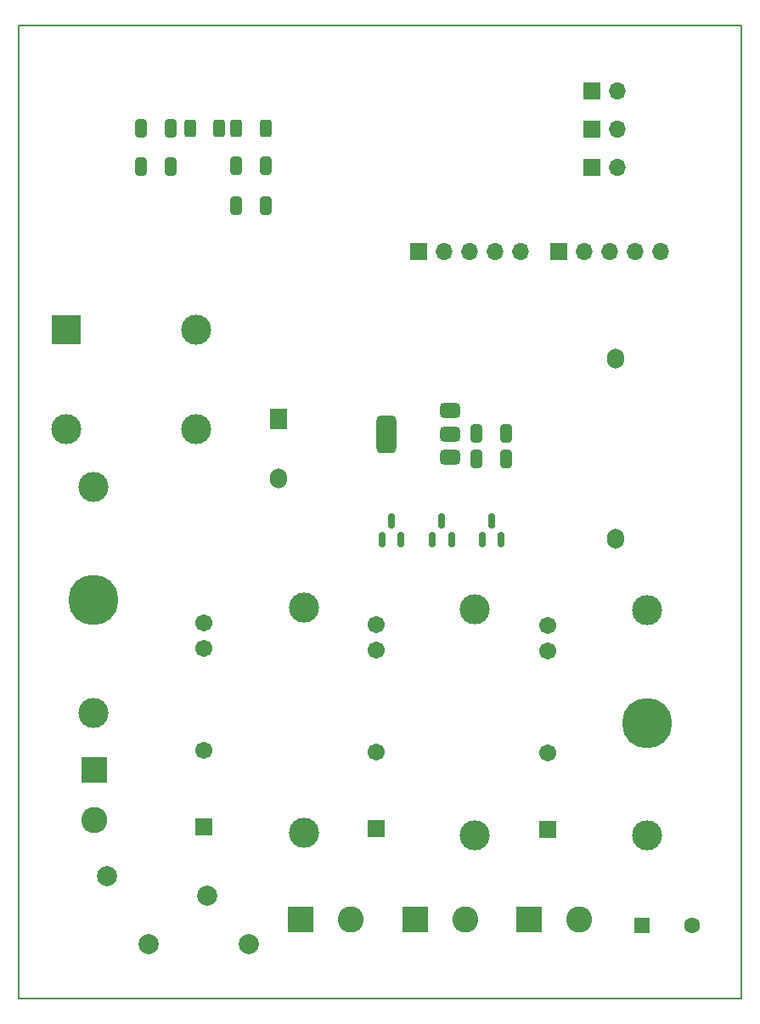
<source format=gbs>
%TF.GenerationSoftware,KiCad,Pcbnew,8.0.3-8.0.3-0~ubuntu23.10.1*%
%TF.CreationDate,2024-07-30T14:16:21+05:00*%
%TF.ProjectId,IOTV,494f5456-2e6b-4696-9361-645f70636258,3*%
%TF.SameCoordinates,Original*%
%TF.FileFunction,Soldermask,Bot*%
%TF.FilePolarity,Negative*%
%FSLAX46Y46*%
G04 Gerber Fmt 4.6, Leading zero omitted, Abs format (unit mm)*
G04 Created by KiCad (PCBNEW 8.0.3-8.0.3-0~ubuntu23.10.1) date 2024-07-30 14:16:21*
%MOMM*%
%LPD*%
G01*
G04 APERTURE LIST*
G04 Aperture macros list*
%AMRoundRect*
0 Rectangle with rounded corners*
0 $1 Rounding radius*
0 $2 $3 $4 $5 $6 $7 $8 $9 X,Y pos of 4 corners*
0 Add a 4 corners polygon primitive as box body*
4,1,4,$2,$3,$4,$5,$6,$7,$8,$9,$2,$3,0*
0 Add four circle primitives for the rounded corners*
1,1,$1+$1,$2,$3*
1,1,$1+$1,$4,$5*
1,1,$1+$1,$6,$7*
1,1,$1+$1,$8,$9*
0 Add four rect primitives between the rounded corners*
20,1,$1+$1,$2,$3,$4,$5,0*
20,1,$1+$1,$4,$5,$6,$7,0*
20,1,$1+$1,$6,$7,$8,$9,0*
20,1,$1+$1,$8,$9,$2,$3,0*%
G04 Aperture macros list end*
%ADD10C,5.000000*%
%ADD11O,1.700000X1.700000*%
%ADD12R,1.700000X1.700000*%
%ADD13O,1.700000X2.000000*%
%ADD14R,1.700000X2.000000*%
%ADD15C,3.000000*%
%ADD16C,1.600000*%
%ADD17R,1.600000X1.600000*%
%ADD18R,3.000000X3.000000*%
%ADD19C,2.600000*%
%ADD20R,2.600000X2.600000*%
%ADD21C,1.712000*%
%ADD22RoundRect,0.102000X0.754000X-0.754000X0.754000X0.754000X-0.754000X0.754000X-0.754000X-0.754000X0*%
%ADD23C,2.000000*%
%ADD24RoundRect,0.150000X0.150000X-0.587500X0.150000X0.587500X-0.150000X0.587500X-0.150000X-0.587500X0*%
%ADD25RoundRect,0.375000X0.625000X0.375000X-0.625000X0.375000X-0.625000X-0.375000X0.625000X-0.375000X0*%
%ADD26RoundRect,0.500000X0.500000X1.400000X-0.500000X1.400000X-0.500000X-1.400000X0.500000X-1.400000X0*%
%ADD27RoundRect,0.250000X0.325000X0.650000X-0.325000X0.650000X-0.325000X-0.650000X0.325000X-0.650000X0*%
%ADD28RoundRect,0.250000X-0.312500X-0.625000X0.312500X-0.625000X0.312500X0.625000X-0.312500X0.625000X0*%
%ADD29RoundRect,0.250000X0.312500X0.625000X-0.312500X0.625000X-0.312500X-0.625000X0.312500X-0.625000X0*%
%ADD30RoundRect,0.250000X-0.325000X-0.650000X0.325000X-0.650000X0.325000X0.650000X-0.325000X0.650000X0*%
%TA.AperFunction,Profile*%
%ADD31C,0.150000*%
%TD*%
G04 APERTURE END LIST*
D10*
%TO.C,REF\u002A\u002A*%
X119566800Y-104001200D03*
%TD*%
%TO.C,REF\u002A\u002A*%
X174786400Y-116244000D03*
%TD*%
D11*
%TO.C,J6*%
X171845000Y-57136000D03*
D12*
X169305000Y-57136000D03*
%TD*%
D13*
%TO.C,PS1*%
X171658000Y-97934000D03*
X171658000Y-79934000D03*
X138058000Y-91934000D03*
D14*
X138058000Y-85934000D03*
%TD*%
D11*
%TO.C,J5*%
X171845000Y-53326000D03*
D12*
X169305000Y-53326000D03*
%TD*%
D15*
%TO.C,F3*%
X157590600Y-104917800D03*
X157590600Y-127417800D03*
%TD*%
D16*
%TO.C,C8*%
X179278400Y-136434800D03*
D17*
X174278400Y-136434800D03*
%TD*%
D15*
%TO.C,FL1*%
X129803000Y-77043250D03*
X129803000Y-86949250D03*
X116849000Y-86949250D03*
D18*
X116849000Y-77043250D03*
%TD*%
D19*
%TO.C,J3*%
X156650800Y-135876000D03*
D20*
X151650800Y-135876000D03*
%TD*%
D19*
%TO.C,J2*%
X145220800Y-135876000D03*
D20*
X140220800Y-135876000D03*
%TD*%
D15*
%TO.C,F1*%
X119566800Y-92751200D03*
X119566800Y-115251200D03*
%TD*%
%TO.C,F2*%
X140598000Y-104740000D03*
X140598000Y-127240000D03*
%TD*%
D21*
%TO.C,K2*%
X147760800Y-106462800D03*
X147760800Y-109002800D03*
X147760800Y-119162800D03*
D22*
X147760800Y-126782800D03*
%TD*%
D19*
%TO.C,J4*%
X168000800Y-135876000D03*
D20*
X163000800Y-135876000D03*
%TD*%
D23*
%TO.C,RVe1*%
X130916800Y-133472800D03*
X120916800Y-131522800D03*
%TD*%
D21*
%TO.C,K1*%
X130565000Y-106285000D03*
X130565000Y-108825000D03*
X130565000Y-118985000D03*
D22*
X130565000Y-126605000D03*
%TD*%
D15*
%TO.C,F4*%
X174786400Y-104994000D03*
X174786400Y-127494000D03*
%TD*%
D23*
%TO.C,C7*%
X135082400Y-138289000D03*
X125082400Y-138289000D03*
%TD*%
D19*
%TO.C,J1*%
X119642800Y-125930000D03*
D20*
X119642800Y-120930000D03*
%TD*%
D11*
%TO.C,J_I2C1*%
X176163000Y-69328000D03*
X173623000Y-69328000D03*
X171083000Y-69328000D03*
X168543000Y-69328000D03*
D12*
X166003000Y-69328000D03*
%TD*%
D11*
%TO.C,J_UART1*%
X162188000Y-69328000D03*
X159648000Y-69328000D03*
X157108000Y-69328000D03*
X154568000Y-69328000D03*
D12*
X152028000Y-69328000D03*
%TD*%
D11*
%TO.C,J7*%
X171840000Y-60946000D03*
D12*
X169300000Y-60946000D03*
%TD*%
D21*
%TO.C,K3*%
X164880400Y-106564400D03*
X164880400Y-109104400D03*
X164880400Y-119264400D03*
D22*
X164880400Y-126884400D03*
%TD*%
D24*
%TO.C,Q3*%
X159307600Y-96129600D03*
X158357600Y-98004600D03*
X160257600Y-98004600D03*
%TD*%
D25*
%TO.C,U2*%
X155101800Y-89763600D03*
D26*
X148801800Y-87463600D03*
D25*
X155101800Y-87463600D03*
X155101800Y-85163600D03*
%TD*%
D27*
%TO.C,C1*%
X124314800Y-56983600D03*
X127264800Y-56983600D03*
%TD*%
%TO.C,C2*%
X124316600Y-60844400D03*
X127266600Y-60844400D03*
%TD*%
D24*
%TO.C,Q2*%
X154329200Y-96131900D03*
X153379200Y-98006900D03*
X155279200Y-98006900D03*
%TD*%
%TO.C,Q1*%
X149310200Y-96152700D03*
X148360200Y-98027700D03*
X150260200Y-98027700D03*
%TD*%
D28*
%TO.C,R1*%
X132129100Y-56983600D03*
X129204100Y-56983600D03*
%TD*%
D29*
%TO.C,R2*%
X133826900Y-56983600D03*
X136751900Y-56983600D03*
%TD*%
D30*
%TO.C,C5*%
X160714800Y-89927400D03*
X157764800Y-89927400D03*
%TD*%
%TO.C,C6*%
X160716600Y-87438200D03*
X157766600Y-87438200D03*
%TD*%
%TO.C,C3*%
X136788000Y-60768200D03*
X133838000Y-60768200D03*
%TD*%
%TO.C,C4*%
X136789800Y-64705200D03*
X133839800Y-64705200D03*
%TD*%
D31*
X112150000Y-46750000D02*
X184150000Y-46750000D01*
X184150000Y-143750000D01*
X112150000Y-143750000D01*
X112150000Y-46750000D01*
M02*

</source>
